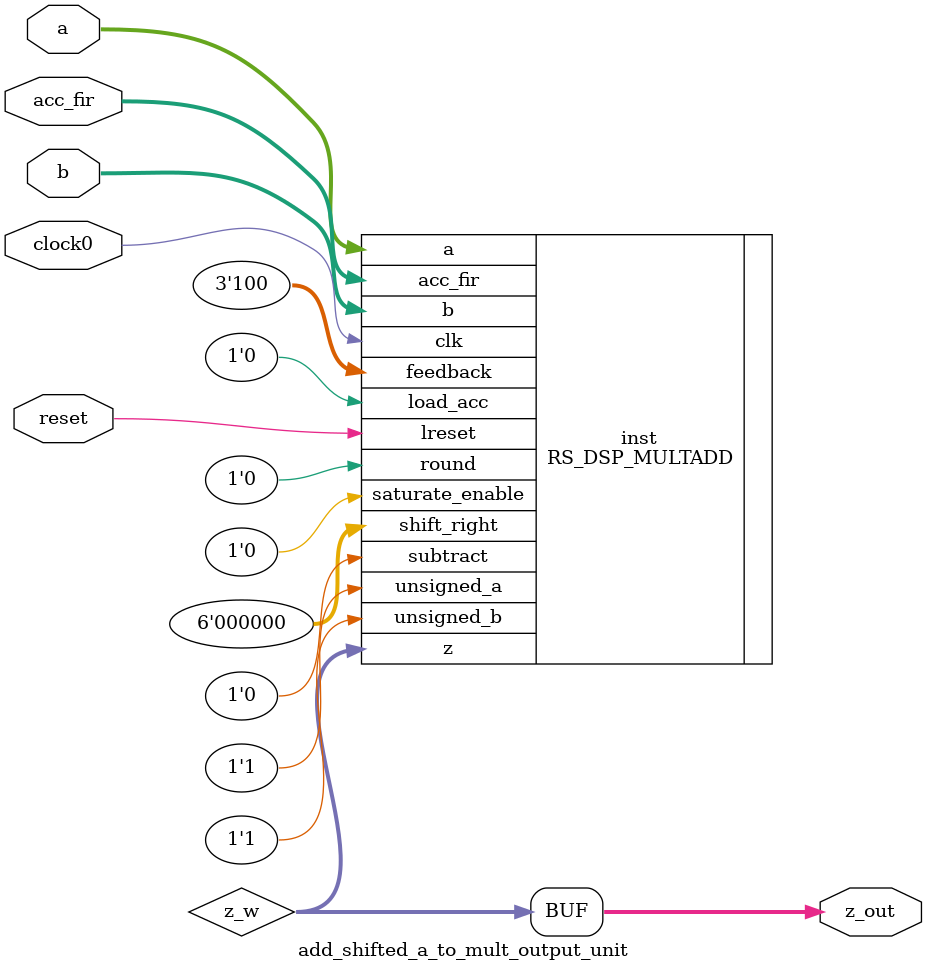
<source format=v>
`define ADD_SHIFTED_A_TO_MULT_OUTPUT 1
module add_shifted_a_to_mult_output (
	input  wire [19:0] a,
    input  wire [17:0] b,
    input  wire clock0, reset,
    input  wire [5:0] acc_fir,
    input  [0:$clog2(`ADD_SHIFTED_A_TO_MULT_OUTPUT) - 1] id,
    output wire [37:0] out
    );
    wire [37:0] out_w [0:`ADD_SHIFTED_A_TO_MULT_OUTPUT - 1];

    genvar k;
	generate
		for(k=0;k<`ADD_SHIFTED_A_TO_MULT_OUTPUT;k=k+1)begin
			add_shifted_a_to_mult_output_unit a0(.a(a),.b(b),.clock0(clock0), .reset(reset), .acc_fir(acc_fir),.z_out(out_w[k]));
		end
	endgenerate
    assign out = out_w[id];

endmodule


module add_shifted_a_to_mult_output_unit (
	input  wire [19:0] a,
    input  wire [17:0] b,
    input  wire clock0,
    input  wire reset,
    input  wire [5:0] acc_fir,
    output wire [37:0] z_out
    );
    parameter [79:0] MODE_BITS = 80'hA5A5A;
    wire [37:0] z_w;
	RS_DSP_MULTADD #(.MODE_BITS(MODE_BITS)) 
        inst(.a(a), .b(b), .z(z_w), .clk(clock0), .lreset(reset), .load_acc(1'b0), .feedback(3'd4), .acc_fir(acc_fir), .unsigned_a(1'b1),
        .unsigned_b(1'b1), .saturate_enable(1'b0), .shift_right(6'd0), .round(1'b0), .subtract(1'b0));
	
    assign z_out = z_w;

endmodule
</source>
